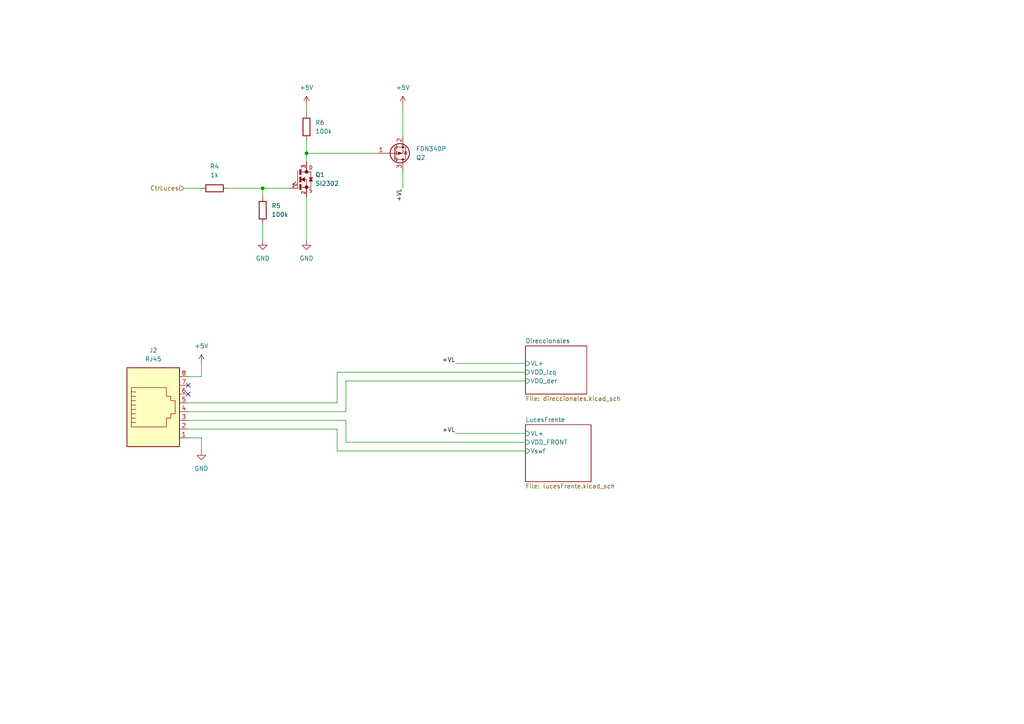
<source format=kicad_sch>
(kicad_sch (version 20230121) (generator eeschema)
  (paper "A4")
  (lib_symbols
    (symbol "Connector:RJ45" (pin_names (offset 1.016))
      (property "Reference" "J" (at -5.08 13.97 0))
      (property "Value" "RJ45" (at 2.54 13.97 0))
      (symbol "RJ45_0_1"
        (polyline (pts (xy -5.08 4.445) (xy -6.35 4.445)))
        (polyline (pts (xy -5.08 5.715) (xy -6.35 5.715)))
        (polyline (pts (xy -6.35 -3.175) (xy -5.08 -3.175) (xy -5.08 -3.175)))
        (polyline (pts (xy -6.35 -1.905) (xy -5.08 -1.905) (xy -5.08 -1.905)))
        (polyline (pts (xy -6.35 -0.635) (xy -5.08 -0.635) (xy -5.08 -0.635)))
        (polyline (pts (xy -6.35 0.635) (xy -5.08 0.635) (xy -5.08 0.635)))
        (polyline (pts (xy -6.35 1.905) (xy -5.08 1.905) (xy -5.08 1.905)))
        (polyline (pts (xy -5.08 3.175) (xy -6.35 3.175) (xy -6.35 3.175)))
        (polyline (pts (xy -6.35 -4.445) (xy -6.35 6.985) (xy 3.81 6.985) (xy 3.81 4.445) (xy 5.08 4.445) (xy 5.08 3.175) (xy 6.35 3.175) (xy 6.35 -0.635) (xy 5.08 -0.635) (xy 5.08 -1.905) (xy 3.81 -1.905) (xy 3.81 -4.445) (xy -6.35 -4.445) (xy -6.35 -4.445)))
        (rectangle (start 7.62 12.7) (end -7.62 -10.16) (stroke (width 0.254)) (fill (type background)))
      )
      (symbol "RJ45_1_1"
        (pin passive line (at 10.16 -7.62 180) (length 2.54) (name "~") (number "1"))
        (pin passive line (at 10.16 -5.08 180) (length 2.54) (name "~") (number "2"))
        (pin passive line (at 10.16 -2.54 180) (length 2.54) (name "~") (number "3"))
        (pin passive line (at 10.16 0 180) (length 2.54) (name "~") (number "4"))
        (pin passive line (at 10.16 2.54 180) (length 2.54) (name "~") (number "5"))
        (pin passive line (at 10.16 5.08 180) (length 2.54) (name "~") (number "6"))
        (pin passive line (at 10.16 7.62 180) (length 2.54) (name "~") (number "7"))
        (pin passive line (at 10.16 10.16 180) (length 2.54) (name "~") (number "8"))
      )
    )
    (symbol "Device:R" (pin_numbers hide) (pin_names (offset 0))
      (property "Reference" "R" (at 2.032 0 90))
      (property "Value" "R" (at 0 0 90))
      (symbol "R_0_1"
        (rectangle (start -1.016 -2.54) (end 1.016 2.54) (stroke (width 0.254)))
      )
      (symbol "R_1_1"
        (pin passive line (at 0 3.81 270) (length 1.27) (name "~") (number "1"))
        (pin passive line (at 0 -3.81 90) (length 1.27) (name "~") (number "2"))
      )
    )
    (symbol "SI2302:SI2302" (pin_names (offset 1.016))
      (property "Reference" "Q" (at 2.5417 0 0))
      (property "Value" "SI2302" (at 2.5438 -2.5438 0))
      (symbol "SI2302_0_0"
        (rectangle (start -2.035 1.399) (end -1.524 2.921) (stroke (width 0.1)) (fill (type outline)))
        (rectangle (start -2.0335 -2.9232) (end -1.524 -1.397) (stroke (width 0.1)) (fill (type outline)))
        (rectangle (start -2.0336 -0.7626) (end -1.524 0.762) (stroke (width 0.1)) (fill (type outline)))
        (circle (center 0 -2.2225) (radius 0.127) (stroke (width 0.4064)))
        (polyline (pts (xy -2.54 -2.54) (xy -2.54 2.54)) (stroke (width 0.1524)))
        (polyline (pts (xy -1.5875 -2.2225) (xy 0 -2.2225)) (stroke (width 0.1524)))
        (polyline (pts (xy -1.5875 2.2225) (xy 0 2.2225)) (stroke (width 0.1524)))
        (polyline (pts (xy -0.508 0) (xy 0 0)) (stroke (width 0.1524)))
        (polyline (pts (xy 0 -2.2225) (xy 0 -2.54)) (stroke (width 0.1524)))
        (polyline (pts (xy 0 0) (xy 0 -2.2225)) (stroke (width 0.1524)))
        (polyline (pts (xy 0 2.2225) (xy 1.27 2.2225)) (stroke (width 0.1524)))
        (polyline (pts (xy 0 2.54) (xy 0 2.2225)) (stroke (width 0.1524)))
        (polyline (pts (xy 1.27 -2.2225) (xy 0 -2.2225)) (stroke (width 0.1524)))
        (polyline (pts (xy 1.27 2.2225) (xy 1.27 -2.2225)) (stroke (width 0.1524)))
        (polyline (pts (xy -1.524 0) (xy -0.508 0.635) (xy -0.508 -0.635) (xy -1.524 0)) (stroke (width 0.1016)) (fill (type outline)))
        (polyline (pts (xy 1.27 0.3175) (xy 0.762 -0.4445) (xy 1.778 -0.4445) (xy 1.27 0.3175)) (stroke (width 0.1524)) (fill (type outline)))
        (circle (center 0 2.2225) (radius 0.127) (stroke (width 0.4064)))
        (rectangle (start 0.7632 0.318) (end 1.778 0.5715) (stroke (width 0.1)) (fill (type outline)))
        (text "D" (at 0.6361 2.8623 0) (effects (font (size 1.0177 1.0177)) (justify left bottom)))
        (text "G" (at -3.813 -1.9065 0) (effects (font (size 1.0168 1.0168)) (justify left bottom)))
        (text "S" (at 0.6357 -3.8141 0) (effects (font (size 1.0171 1.0171)) (justify left bottom)))
        (pin passive line (at -5.08 -2.54 0) (length 2.54) (name "~") (number "1"))
        (pin passive line (at 0 -5.08 90) (length 2.54) (name "~") (number "2"))
        (pin passive line (at 0 5.08 270) (length 2.54) (name "~") (number "3"))
      )
    )
    (symbol "Transistor_FET:FDN340P" (pin_names hide)
      (property "Reference" "Q" (at 5.08 1.905 0))
      (property "Value" "FDN340P" (at 5.08 0 0))
      (symbol "FDN340P_0_1"
        (polyline (pts (xy 0.254 0) (xy -2.54 0)))
        (polyline (pts (xy 0.254 1.905) (xy 0.254 -1.905)) (stroke (width 0.254)))
        (polyline (pts (xy 0.762 -1.27) (xy 0.762 -2.286)) (stroke (width 0.254)))
        (polyline (pts (xy 0.762 0.508) (xy 0.762 -0.508)) (stroke (width 0.254)))
        (polyline (pts (xy 0.762 2.286) (xy 0.762 1.27)) (stroke (width 0.254)))
        (polyline (pts (xy 2.54 2.54) (xy 2.54 1.778)))
        (polyline (pts (xy 2.54 -2.54) (xy 2.54 0) (xy 0.762 0)))
        (polyline (pts (xy 0.762 1.778) (xy 3.302 1.778) (xy 3.302 -1.778) (xy 0.762 -1.778)))
        (polyline (pts (xy 2.286 0) (xy 1.27 0.381) (xy 1.27 -0.381) (xy 2.286 0)) (fill (type outline)))
        (polyline (pts (xy 2.794 -0.508) (xy 2.921 -0.381) (xy 3.683 -0.381) (xy 3.81 -0.254)))
        (polyline (pts (xy 3.302 -0.381) (xy 2.921 0.254) (xy 3.683 0.254) (xy 3.302 -0.381)))
        (circle (center 1.651 0) (radius 2.794) (stroke (width 0.254)))
        (circle (center 2.54 -1.778) (radius 0.254) (fill (type outline)))
        (circle (center 2.54 1.778) (radius 0.254) (fill (type outline)))
      )
      (symbol "FDN340P_1_1"
        (pin input line (at -5.08 0 0) (length 2.54) (name "G") (number "1"))
        (pin passive line (at 2.54 -5.08 90) (length 2.54) (name "S") (number "2"))
        (pin passive line (at 2.54 5.08 270) (length 2.54) (name "D") (number "3"))
      )
    )
    (symbol "power:+5V" (power) (pin_names (offset 0))
      (property "Value" "+5V" (at 0 3.556 0))
      (symbol "+5V_0_1"
        (polyline (pts (xy -0.762 1.27) (xy 0 2.54)))
        (polyline (pts (xy 0 0) (xy 0 2.54)))
        (polyline (pts (xy 0 2.54) (xy 0.762 1.27)))
      )
      (symbol "+5V_1_1"
        (pin power_in line (at 0 0 90) (length 0) hide (name "+5V") (number "1"))
      )
    )
    (symbol "power:GND" (power) (pin_names (offset 0))
      (property "Value" "GND" (at 0 -3.81 0))
      (symbol "GND_0_1"
        (polyline (pts (xy 0 0) (xy 0 -1.27) (xy 1.27 -1.27) (xy 0 -2.54) (xy -1.27 -1.27) (xy 0 -1.27)))
      )
      (symbol "GND_1_1"
        (pin power_in line (at 0 0 270) (length 0) hide (name "GND") (number "1"))
      )
    )
  )
  (junction (at 88.9 44.45))
  (junction (at 76.2 54.61))
  (no_connect (at 54.61 114.3))
  (no_connect (at 54.61 111.76))
  (wire (pts (xy 88.9 57.15) (xy 88.9 69.85)))
  (wire (pts (xy 100.33 110.49) (xy 100.33 119.38)))
  (wire (pts (xy 152.4 130.81) (xy 97.79 130.81)))
  (wire (pts (xy 76.2 57.15) (xy 76.2 54.61)))
  (wire (pts (xy 88.9 44.45) (xy 109.22 44.45)))
  (wire (pts (xy 132.08 105.41) (xy 152.4 105.41)))
  (wire (pts (xy 97.79 107.95) (xy 97.79 116.84)))
  (wire (pts (xy 66.04 54.61) (xy 76.2 54.61)))
  (wire (pts (xy 54.61 109.22) (xy 58.42 109.22)))
  (wire (pts (xy 76.2 64.77) (xy 76.2 69.85)))
  (wire (pts (xy 58.42 127) (xy 58.42 130.81)))
  (wire (pts (xy 100.33 119.38) (xy 54.61 119.38)))
  (wire (pts (xy 152.4 107.95) (xy 97.79 107.95)))
  (wire (pts (xy 88.9 40.64) (xy 88.9 44.45)))
  (wire (pts (xy 88.9 44.45) (xy 88.9 46.99)))
  (wire (pts (xy 58.42 109.22) (xy 58.42 105.41)))
  (wire (pts (xy 152.4 110.49) (xy 100.33 110.49)))
  (wire (pts (xy 76.2 54.61) (xy 83.82 54.61)))
  (wire (pts (xy 116.84 49.53) (xy 116.84 54.61)))
  (wire (pts (xy 53.34 54.61) (xy 58.42 54.61)))
  (wire (pts (xy 97.79 130.81) (xy 97.79 124.46)))
  (wire (pts (xy 116.84 30.48) (xy 116.84 39.37)))
  (wire (pts (xy 152.4 128.27) (xy 100.33 128.27)))
  (wire (pts (xy 100.33 128.27) (xy 100.33 121.92)))
  (wire (pts (xy 132.08 125.73) (xy 152.4 125.73)))
  (wire (pts (xy 97.79 116.84) (xy 54.61 116.84)))
  (wire (pts (xy 54.61 127) (xy 58.42 127)))
  (wire (pts (xy 97.79 124.46) (xy 54.61 124.46)))
  (wire (pts (xy 100.33 121.92) (xy 54.61 121.92)))
  (wire (pts (xy 88.9 30.48) (xy 88.9 33.02)))
  (label "+VL" (at 132.08 105.41 180))
  (label "+VL" (at 116.84 54.61 270))
  (label "+VL" (at 132.08 125.73 180))
  (hierarchical_label "CtrLuces" (shape input) (at 53.34 54.61 180))
  (symbol (lib_id "power:GND") (at 76.2 69.85 0) (unit 1)
    (property "Reference" "#PWR011" (effects hide))
    (property "Value" "GND" (at 76.2 74.93 0))
  )
  (symbol (lib_id "power:+5V") (at 88.9 30.48 0) (unit 1)
    (property "Reference" "#PWR012" (effects hide))
    (property "Value" "+5V" (at 88.9 25.4 0))
  )
  (symbol (lib_id "Device:R") (at 88.9 36.83 0) (unit 1)
    (property "Reference" "R6" (at 91.44 35.56 0) (effects (justify left)))
    (property "Value" "100k" (at 91.44 38.1 0) (effects (justify left)))
    (property "Footprint" "Resistor_SMD:R_0805_2012Metric_Pad1.20x1.40mm_HandSolder" (effects hide))
  )
  (symbol (lib_id "Transistor_FET:FDN340P") (at 114.3 44.45 0) (mirror x) (unit 1)
    (property "Reference" "Q2" (at 120.65 45.72 0) (effects (justify left)))
    (property "Value" "FDN340P" (at 120.65 43.18 0) (effects (justify left)))
    (property "Footprint" "Package_TO_SOT_SMD:SuperSOT-3" (effects hide))
    (property "Datasheet" "https://www.onsemi.com/pub/Collateral/FDN340P-D.PDF" (effects hide))
  )
  (symbol (lib_id "Connector:RJ45") (at 44.45 119.38 0) (unit 1)
    (property "Reference" "J2" (at 44.45 101.6 0))
    (property "Value" "RJ45" (at 44.45 104.14 0))
    (property "Footprint" "Connector_RJ:RJ45_Amphenol_RJHSE538X" (effects hide))
  )
  (symbol (lib_id "Device:R") (at 76.2 60.96 0) (unit 1)
    (property "Reference" "R5" (at 78.74 59.69 0) (effects (justify left)))
    (property "Value" "100k" (at 78.74 62.23 0) (effects (justify left)))
    (property "Footprint" "Resistor_SMD:R_0805_2012Metric_Pad1.20x1.40mm_HandSolder" (effects hide))
  )
  (symbol (lib_id "Device:R") (at 62.23 54.61 90) (unit 1)
    (property "Reference" "R4" (at 62.23 48.26 90))
    (property "Value" "1k" (at 62.23 50.8 90))
    (property "Footprint" "Resistor_SMD:R_0805_2012Metric_Pad1.20x1.40mm_HandSolder" (effects hide))
  )
  (symbol (lib_id "power:+5V") (at 116.84 30.48 0) (unit 1)
    (property "Reference" "#PWR014" (effects hide))
    (property "Value" "+5V" (at 116.84 25.4 0))
  )
  (symbol (lib_id "SI2302:SI2302") (at 88.9 52.07 0) (unit 1)
    (property "Reference" "Q1" (at 91.44 50.6951 0) (effects (justify left)))
    (property "Value" "SI2302" (at 91.44 53.2351 0) (effects (justify left)))
    (property "Footprint" "Package_TO_SOT_SMD:SOT-23" (effects hide))
    (property "MF" "Micro Commercial Components (MCC)" (effects hide))
    (property "Description" "\nN-Channel 20V 2.6A (Ta) 710mW (Ta) Surface Mount SOT-23-3 (TO-236)\n" (effects hide))
    (property "Package" "TO-236-3 Micro Commercial Components (MCC)" (effects hide))
    (property "Price" "None" (effects hide))
    (property "SnapEDA_Link" "https://www.snapeda.com/parts/SI2302/Micro+Commercial+Components/view-part/?ref=snap" (effects hide))
    (property "MP" "SI2302" (effects hide))
    (property "Availability" "Not in stock" (effects hide))
    (property "Check_prices" "https://www.snapeda.com/parts/SI2302/Micro+Commercial+Components/view-part/?ref=eda" (effects hide))
  )
  (symbol (lib_id "power:GND") (at 88.9 69.85 0) (unit 1)
    (property "Reference" "#PWR013" (effects hide))
    (property "Value" "GND" (at 88.9 74.93 0))
  )
  (symbol (lib_id "power:GND") (at 58.42 130.81 0) (unit 1)
    (property "Reference" "#PWR010" (effects hide))
    (property "Value" "GND" (at 58.42 135.89 0))
  )
  (symbol (lib_id "power:+5V") (at 58.42 105.41 0) (unit 1)
    (property "Reference" "#PWR09" (effects hide))
    (property "Value" "+5V" (at 58.42 100.33 0))
  )
  (sheet (at 152.4 100.33) (size 17.78 13.97) (stroke (width 0.1524))
    (property "Sheetname" "Direccionales" (at 152.4 99.6184 0) (effects (justify left bottom)))
    (property "Sheetfile" "direccionales.kicad_sch" (at 152.4 114.8846 0) (effects (justify left top)))
    (pin "VL+" input (at 152.4 105.41 180))
    (pin "VDD_izq" input (at 152.4 107.95 180))
    (pin "VDD_der" input (at 152.4 110.49 180))
  )
  (sheet (at 152.4 123.19) (size 19.05 16.51) (stroke (width 0.1524))
    (property "Sheetname" "LucesFrente" (at 152.4 122.4784 0) (effects (justify left bottom)))
    (property "Sheetfile" "lucesFrente.kicad_sch" (at 152.4 140.2846 0) (effects (justify left top)))
    (pin "VL+" input (at 152.4 125.73 180))
    (pin "VDD_FRONT" input (at 152.4 128.27 180))
    (pin "Vswf" input (at 152.4 130.81 180))
  )
)
</source>
